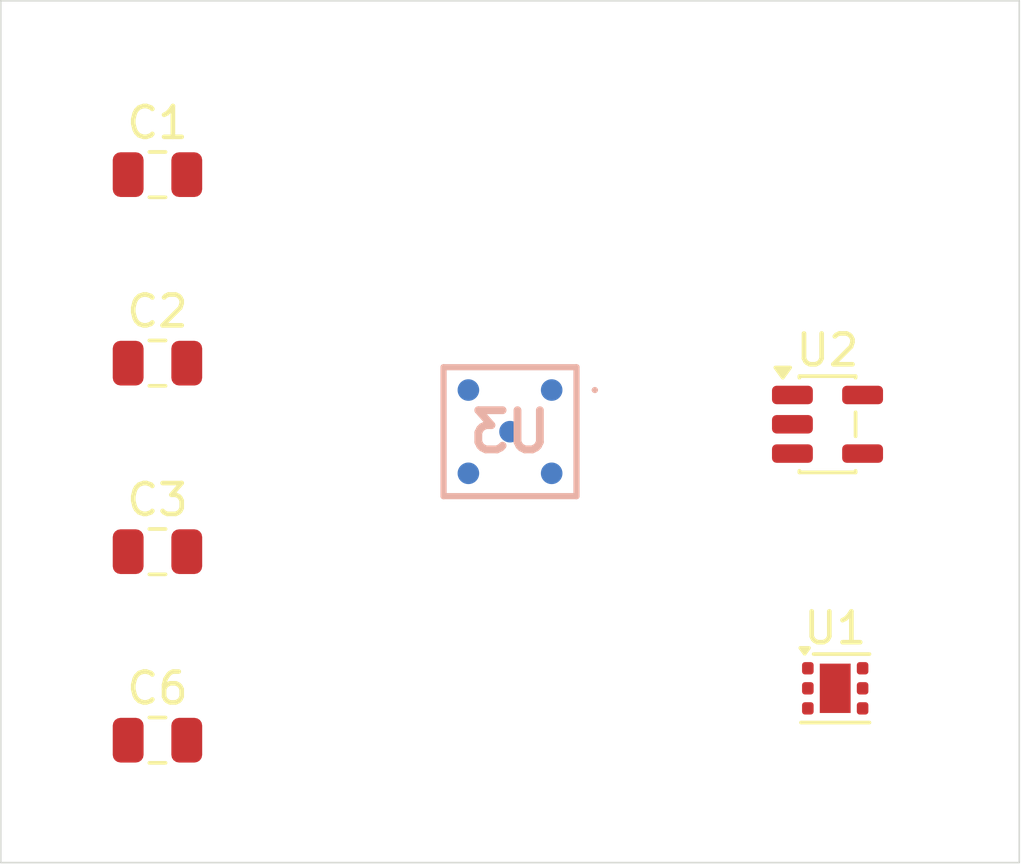
<source format=kicad_pcb>
(kicad_pcb (version 20241229) (generator "pcbnew") (generator_version "9.0")
  (layers (0 "F.Cu" signal) (4 "In1.Cu" signal) (6 "In2.Cu" signal) (2 "B.Cu" signal) (13 "F.Paste" user) (15 "B.Paste" user) (5 "F.SilkS" user "F.Silkscreen") (7 "B.SilkS" user "B.Silkscreen") (1 "F.Mask" user) (3 "B.Mask" user) (25 "Edge.Cuts" user))
  (net 0 "")
  (net 1 "/GND")
  (net 2 "Net-(C1-Pad1)")
  (net 3 "/SiPM_K")
  (net 4 "/PA16")
  (net 6 "/3V3")
  (net 7 "/PA17")
  (net 8 "/SiPM_A")
  (footprint "Package_TO_SOT_SMD:SOT-23-5" (layer "F.Cu") (at 156.3425 92.39)
    (property "Reference" "U2" (at 0 -2.4 0) (layer "F.SilkS"))
    (property "Value" "AT24CS01-STUM")
    (fp_line (start -0.91 -1.56) (end 0.91 -1.56) (stroke (width 0.12)) (layer "F.SilkS"))
    (fp_line (start -0.91 -1.51) (end -0.91 -1.56) (stroke (width 0.12)) (layer "F.SilkS"))
    (fp_line (start -0.91 1.56) (end -0.91 1.51) (stroke (width 0.12)) (layer "F.SilkS"))
    (fp_line (start 0.91 -1.56) (end 0.91 -1.51) (stroke (width 0.12)) (layer "F.SilkS"))
    (fp_line (start 0.91 -0.39) (end 0.91 0.39) (stroke (width 0.12)) (layer "F.SilkS"))
    (fp_line (start 0.91 1.51) (end 0.91 1.56) (stroke (width 0.12)) (layer "F.SilkS"))
    (fp_line (start 0.91 1.56) (end -0.91 1.56) (stroke (width 0.12)) (layer "F.SilkS"))
    (fp_poly (pts (xy -1.45 -1.51) (xy -1.69 -1.84) (xy -1.21 -1.84)) (stroke (width 0.12)) (fill yes) (layer "F.SilkS"))
    (pad "1" smd roundrect (at -1.1375 -0.95) (size 1.325 0.6) (layers "F.Cu" "F.Mask" "F.Paste") (net 7 "/PA17"))
    (pad "2" smd roundrect (at -1.1375 0) (size 1.325 0.6) (layers "F.Cu" "F.Mask" "F.Paste") (net 1 "/GND"))
    (pad "3" smd roundrect (at -1.1375 0.95) (size 1.325 0.6) (layers "F.Cu" "F.Mask" "F.Paste") (net 4 "/PA16"))
    (pad "4" smd roundrect (at 1.1375 0.95) (size 1.325 0.6) (layers "F.Cu" "F.Mask" "F.Paste") (net 6 "/3V3"))
    (pad "5" smd roundrect (at 1.1375 -0.95) (size 1.325 0.6) (layers "F.Cu" "F.Mask" "F.Paste") (net 1 "/GND"))
  )
  (footprint "Capacitor_SMD:C_0805_2012Metric" (layer "F.Cu") (at 134.62 102.6317)
    (property "Reference" "C6" (at 0 -1.68 0) (layer "F.SilkS"))
    (property "Value" "4.7uF")
    (fp_line (start -0.261252 -0.735) (end 0.261252 -0.735) (stroke (width 0.12)) (layer "F.SilkS"))
    (fp_line (start -0.261252 0.735) (end 0.261252 0.735) (stroke (width 0.12)) (layer "F.SilkS"))
    (pad "1" smd roundrect (at -0.95 0) (size 1 1.45) (layers "F.Cu" "F.Mask" "F.Paste") (net 2 "Net-(C1-Pad1)"))
    (pad "2" smd roundrect (at 0.95 0) (size 1 1.45) (layers "F.Cu" "F.Mask" "F.Paste") (net 1 "/GND"))
  )
  (footprint "Capacitor_SMD:C_0805_2012Metric" (layer "F.Cu") (at 134.62 84.2967)
    (property "Reference" "C1" (at 0 -1.68 0) (layer "F.SilkS"))
    (property "Value" "100nF")
    (fp_line (start -0.261252 -0.735) (end 0.261252 -0.735) (stroke (width 0.12)) (layer "F.SilkS"))
    (fp_line (start -0.261252 0.735) (end 0.261252 0.735) (stroke (width 0.12)) (layer "F.SilkS"))
    (pad "1" smd roundrect (at -0.95 0) (size 1 1.45) (layers "F.Cu" "F.Mask" "F.Paste") (net 2 "Net-(C1-Pad1)"))
    (pad "2" smd roundrect (at 0.95 0) (size 1 1.45) (layers "F.Cu" "F.Mask" "F.Paste") (net 1 "/GND"))
  )
  (footprint "Capacitor_SMD:C_0805_2012Metric" (layer "F.Cu") (at 134.62 96.52)
    (property "Reference" "C3" (at 0 -1.68 0) (layer "F.SilkS"))
    (property "Value" "4.7uF")
    (fp_line (start -0.261252 -0.735) (end 0.261252 -0.735) (stroke (width 0.12)) (layer "F.SilkS"))
    (fp_line (start -0.261252 0.735) (end 0.261252 0.735) (stroke (width 0.12)) (layer "F.SilkS"))
    (pad "1" smd roundrect (at -0.95 0) (size 1 1.45) (layers "F.Cu" "F.Mask" "F.Paste") (net 3 "/SiPM_K"))
    (pad "2" smd roundrect (at 0.95 0) (size 1 1.45) (layers "F.Cu" "F.Mask" "F.Paste") (net 1 "/GND"))
  )
  (footprint "Package_SON:WSON-6-1EP_2x2mm_P0.65mm_EP1x1.6mm" (layer "F.Cu") (at 156.5925 100.95)
    (property "Reference" "U1" (at 0 -1.95 0) (layer "F.SilkS"))
    (property "Value" "TMP116xxDRV")
    (fp_line (start -0.699252 -1.11) (end 1.11 -1.11) (stroke (width 0.12)) (layer "F.SilkS"))
    (fp_line (start 1.11 1.11) (end -1.11 1.11) (stroke (width 0.12)) (layer "F.SilkS"))
    (fp_poly (pts (xy -0.99 -1.12) (xy -1.13 -1.31) (xy -0.85 -1.31)) (stroke (width 0.12)) (fill yes) (layer "F.SilkS"))
    (pad "1" smd roundrect (at -0.8875 -0.65) (size 0.375 0.4) (layers "F.Cu" "F.Mask" "F.Paste") (net 7 "/PA17"))
    (pad "2" smd roundrect (at -0.8875 0) (size 0.375 0.4) (layers "F.Cu" "F.Mask" "F.Paste") (net 1 "/GND"))
    (pad "3" smd roundrect (at -0.8875 0.65) (size 0.375 0.4) (layers "F.Cu" "F.Mask" "F.Paste") (net 1 "/GND"))
    (pad "4" smd roundrect (at 0.8875 0.65) (size 0.375 0.4) (layers "F.Cu" "F.Mask" "F.Paste"))
    (pad "5" smd roundrect (at 0.8875 0) (size 0.375 0.4) (layers "F.Cu" "F.Mask" "F.Paste") (net 6 "/3V3"))
    (pad "6" smd roundrect (at 0.8875 -0.65) (size 0.375 0.4) (layers "F.Cu" "F.Mask" "F.Paste") (net 4 "/PA16"))
    (pad "7" smd rect (at 0 0) (size 1 1.6) (property pad_prop_heatsink) (layers "F.Cu" "F.Mask"))
  )
  (footprint "Capacitor_SMD:C_0805_2012Metric" (layer "F.Cu") (at 134.62 90.4083)
    (property "Reference" "C2" (at 0 -1.68 0) (layer "F.SilkS"))
    (property "Value" "100nF")
    (fp_line (start -0.261252 -0.735) (end 0.261252 -0.735) (stroke (width 0.12)) (layer "F.SilkS"))
    (fp_line (start -0.261252 0.735) (end 0.261252 0.735) (stroke (width 0.12)) (layer "F.SilkS"))
    (pad "1" smd roundrect (at -0.95 0) (size 1 1.45) (layers "F.Cu" "F.Mask" "F.Paste") (net 3 "/SiPM_K"))
    (pad "2" smd roundrect (at 0.95 0) (size 1 1.45) (layers "F.Cu" "F.Mask" "F.Paste") (net 1 "/GND"))
  )
  (footprint "bGeigieScint:AFBRS4N44P014M" (layer "B.Cu") (at 146.05 92.63)
    (property "Reference" "U3" (at 0 0 180) (layer "B.SilkS") (effects (font (size 1.27 1.27) (thickness 0.254)) (justify mirror)))
    (property "Value" "AFBR-S4N44P014M" (hide yes))
    (fp_line (start -2.155 -2.09) (end 2.155 -2.09) (stroke (width 0.2)) (layer "B.SilkS"))
    (fp_line (start -2.155 2.09) (end -2.155 -2.09) (stroke (width 0.2)) (layer "B.SilkS"))
    (fp_line (start 2.155 -2.09) (end 2.155 2.09) (stroke (width 0.2)) (layer "B.SilkS"))
    (fp_line (start 2.155 2.09) (end -2.155 2.09) (stroke (width 0.2)) (layer "B.SilkS"))
    (fp_line (start 2.7 -1.35) (end 2.7 -1.35) (stroke (width 0.1)) (layer "B.SilkS"))
    (fp_line (start 2.8 -1.35) (end 2.8 -1.35) (stroke (width 0.1)) (layer "B.SilkS"))
    (fp_arc (start 2.7 -1.35) (mid 2.75 -1.4) (end 2.8 -1.35) (stroke (width 0.1)) (layer "B.SilkS"))
    (fp_arc (start 2.8 -1.35) (mid 2.75 -1.3) (end 2.7 -1.35) (stroke (width 0.1)) (layer "B.SilkS"))
    (pad "A1" smd circle (at 1.35 -1.35 270) (size 0.7 0.7) (layers "B.Cu" "B.Mask" "B.Paste") (net 3 "/SiPM_K"))
    (pad "A3" smd circle (at 1.35 1.35 270) (size 0.7 0.7) (layers "B.Cu" "B.Mask" "B.Paste") (net 3 "/SiPM_K"))
    (pad "B2" smd circle (at 0 0 270) (size 0.7 0.7) (layers "B.Cu" "B.Mask" "B.Paste") (net 8 "/SiPM_A"))
    (pad "C1" smd circle (at -1.35 -1.35 270) (size 0.7 0.7) (layers "B.Cu" "B.Mask" "B.Paste") (net 3 "/SiPM_K"))
    (pad "C3" smd circle (at -1.35 1.35 270) (size 0.7 0.7) (layers "B.Cu" "B.Mask" "B.Paste") (net 3 "/SiPM_K"))
  )
  (gr_rect (start 129.54 78.66) (end 162.56 106.6) (stroke (width 0.05)) (fill no) (layer "Edge.Cuts"))
)
</source>
